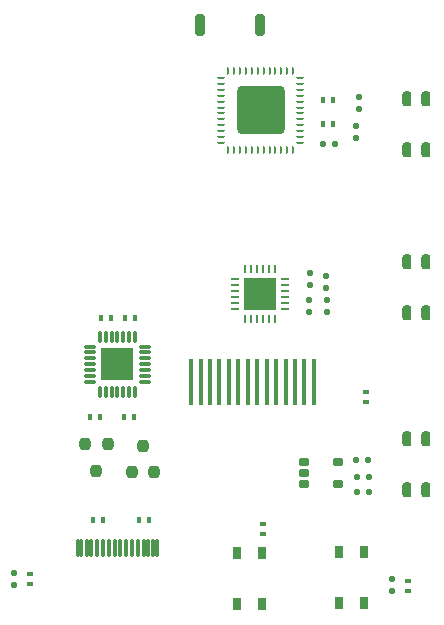
<source format=gtp>
G04*
G04 #@! TF.GenerationSoftware,Altium Limited,Altium Designer,20.0.13 (296)*
G04*
G04 Layer_Color=8421504*
%FSLAX24Y24*%
%MOIN*%
G70*
G01*
G75*
%ADD18R,0.0276X0.0394*%
G04:AMPARAMS|DCode=19|XSize=20mil|YSize=20mil|CornerRadius=5mil|HoleSize=0mil|Usage=FLASHONLY|Rotation=180.000|XOffset=0mil|YOffset=0mil|HoleType=Round|Shape=RoundedRectangle|*
%AMROUNDEDRECTD19*
21,1,0.0200,0.0100,0,0,180.0*
21,1,0.0100,0.0200,0,0,180.0*
1,1,0.0100,-0.0050,0.0050*
1,1,0.0100,0.0050,0.0050*
1,1,0.0100,0.0050,-0.0050*
1,1,0.0100,-0.0050,-0.0050*
%
%ADD19ROUNDEDRECTD19*%
%ADD20R,0.0197X0.0157*%
%ADD21R,0.0157X0.1575*%
G04:AMPARAMS|DCode=22|XSize=23.6mil|YSize=35mil|CornerRadius=5.9mil|HoleSize=0mil|Usage=FLASHONLY|Rotation=90.000|XOffset=0mil|YOffset=0mil|HoleType=Round|Shape=RoundedRectangle|*
%AMROUNDEDRECTD22*
21,1,0.0236,0.0232,0,0,90.0*
21,1,0.0118,0.0350,0,0,90.0*
1,1,0.0118,0.0116,0.0059*
1,1,0.0118,0.0116,-0.0059*
1,1,0.0118,-0.0116,-0.0059*
1,1,0.0118,-0.0116,0.0059*
%
%ADD22ROUNDEDRECTD22*%
%ADD23R,0.1063X0.1102*%
G04:AMPARAMS|DCode=24|XSize=12mil|YSize=38mil|CornerRadius=3mil|HoleSize=0mil|Usage=FLASHONLY|Rotation=180.000|XOffset=0mil|YOffset=0mil|HoleType=Round|Shape=RoundedRectangle|*
%AMROUNDEDRECTD24*
21,1,0.0120,0.0320,0,0,180.0*
21,1,0.0060,0.0380,0,0,180.0*
1,1,0.0060,-0.0030,0.0160*
1,1,0.0060,0.0030,0.0160*
1,1,0.0060,0.0030,-0.0160*
1,1,0.0060,-0.0030,-0.0160*
%
%ADD24ROUNDEDRECTD24*%
G04:AMPARAMS|DCode=25|XSize=12mil|YSize=38mil|CornerRadius=3mil|HoleSize=0mil|Usage=FLASHONLY|Rotation=270.000|XOffset=0mil|YOffset=0mil|HoleType=Round|Shape=RoundedRectangle|*
%AMROUNDEDRECTD25*
21,1,0.0120,0.0320,0,0,270.0*
21,1,0.0060,0.0380,0,0,270.0*
1,1,0.0060,-0.0160,-0.0030*
1,1,0.0060,-0.0160,0.0030*
1,1,0.0060,0.0160,0.0030*
1,1,0.0060,0.0160,-0.0030*
%
%ADD25ROUNDEDRECTD25*%
%ADD26R,0.0157X0.0197*%
G04:AMPARAMS|DCode=27|XSize=37.4mil|YSize=39.4mil|CornerRadius=9.4mil|HoleSize=0mil|Usage=FLASHONLY|Rotation=180.000|XOffset=0mil|YOffset=0mil|HoleType=Round|Shape=RoundedRectangle|*
%AMROUNDEDRECTD27*
21,1,0.0374,0.0207,0,0,180.0*
21,1,0.0187,0.0394,0,0,180.0*
1,1,0.0187,-0.0094,0.0103*
1,1,0.0187,0.0094,0.0103*
1,1,0.0187,0.0094,-0.0103*
1,1,0.0187,-0.0094,-0.0103*
%
%ADD27ROUNDEDRECTD27*%
G04:AMPARAMS|DCode=28|XSize=20mil|YSize=20mil|CornerRadius=5mil|HoleSize=0mil|Usage=FLASHONLY|Rotation=270.000|XOffset=0mil|YOffset=0mil|HoleType=Round|Shape=RoundedRectangle|*
%AMROUNDEDRECTD28*
21,1,0.0200,0.0100,0,0,270.0*
21,1,0.0100,0.0200,0,0,270.0*
1,1,0.0100,-0.0050,-0.0050*
1,1,0.0100,-0.0050,0.0050*
1,1,0.0100,0.0050,0.0050*
1,1,0.0100,0.0050,-0.0050*
%
%ADD28ROUNDEDRECTD28*%
G04:AMPARAMS|DCode=29|XSize=31.5mil|YSize=70.9mil|CornerRadius=7.9mil|HoleSize=0mil|Usage=FLASHONLY|Rotation=180.000|XOffset=0mil|YOffset=0mil|HoleType=Round|Shape=RoundedRectangle|*
%AMROUNDEDRECTD29*
21,1,0.0315,0.0551,0,0,180.0*
21,1,0.0157,0.0709,0,0,180.0*
1,1,0.0157,-0.0079,0.0276*
1,1,0.0157,0.0079,0.0276*
1,1,0.0157,0.0079,-0.0276*
1,1,0.0157,-0.0079,-0.0276*
%
%ADD29ROUNDEDRECTD29*%
G04:AMPARAMS|DCode=30|XSize=59.1mil|YSize=11.8mil|CornerRadius=3mil|HoleSize=0mil|Usage=FLASHONLY|Rotation=90.000|XOffset=0mil|YOffset=0mil|HoleType=Round|Shape=RoundedRectangle|*
%AMROUNDEDRECTD30*
21,1,0.0591,0.0059,0,0,90.0*
21,1,0.0531,0.0118,0,0,90.0*
1,1,0.0059,0.0030,0.0266*
1,1,0.0059,0.0030,-0.0266*
1,1,0.0059,-0.0030,-0.0266*
1,1,0.0059,-0.0030,0.0266*
%
%ADD30ROUNDEDRECTD30*%
G04:AMPARAMS|DCode=31|XSize=160mil|YSize=160mil|CornerRadius=16mil|HoleSize=0mil|Usage=FLASHONLY|Rotation=180.000|XOffset=0mil|YOffset=0mil|HoleType=Round|Shape=RoundedRectangle|*
%AMROUNDEDRECTD31*
21,1,0.1600,0.1280,0,0,180.0*
21,1,0.1280,0.1600,0,0,180.0*
1,1,0.0320,-0.0640,0.0640*
1,1,0.0320,0.0640,0.0640*
1,1,0.0320,0.0640,-0.0640*
1,1,0.0320,-0.0640,-0.0640*
%
%ADD31ROUNDEDRECTD31*%
G04:AMPARAMS|DCode=32|XSize=26.6mil|YSize=9.8mil|CornerRadius=2.5mil|HoleSize=0mil|Usage=FLASHONLY|Rotation=180.000|XOffset=0mil|YOffset=0mil|HoleType=Round|Shape=RoundedRectangle|*
%AMROUNDEDRECTD32*
21,1,0.0266,0.0049,0,0,180.0*
21,1,0.0217,0.0098,0,0,180.0*
1,1,0.0049,-0.0108,0.0025*
1,1,0.0049,0.0108,0.0025*
1,1,0.0049,0.0108,-0.0025*
1,1,0.0049,-0.0108,-0.0025*
%
%ADD32ROUNDEDRECTD32*%
G04:AMPARAMS|DCode=33|XSize=26.6mil|YSize=9.8mil|CornerRadius=2.5mil|HoleSize=0mil|Usage=FLASHONLY|Rotation=270.000|XOffset=0mil|YOffset=0mil|HoleType=Round|Shape=RoundedRectangle|*
%AMROUNDEDRECTD33*
21,1,0.0266,0.0049,0,0,270.0*
21,1,0.0217,0.0098,0,0,270.0*
1,1,0.0049,-0.0025,-0.0108*
1,1,0.0049,-0.0025,0.0108*
1,1,0.0049,0.0025,0.0108*
1,1,0.0049,0.0025,-0.0108*
%
%ADD33ROUNDEDRECTD33*%
%ADD34R,0.1102X0.1063*%
%ADD35O,0.0098X0.0276*%
%ADD36O,0.0276X0.0098*%
G04:AMPARAMS|DCode=37|XSize=50mil|YSize=30mil|CornerRadius=7.5mil|HoleSize=0mil|Usage=FLASHONLY|Rotation=90.000|XOffset=0mil|YOffset=0mil|HoleType=Round|Shape=RoundedRectangle|*
%AMROUNDEDRECTD37*
21,1,0.0500,0.0150,0,0,90.0*
21,1,0.0350,0.0300,0,0,90.0*
1,1,0.0150,0.0075,0.0175*
1,1,0.0150,0.0075,-0.0175*
1,1,0.0150,-0.0075,-0.0175*
1,1,0.0150,-0.0075,0.0175*
%
%ADD37ROUNDEDRECTD37*%
D18*
X27923Y15446D02*
D03*
Y13754D02*
D03*
X27077Y15446D02*
D03*
Y13754D02*
D03*
X24523Y15396D02*
D03*
Y13704D02*
D03*
X23677Y15396D02*
D03*
Y13704D02*
D03*
D19*
X16250Y14350D02*
D03*
Y14750D02*
D03*
X27750Y30200D02*
D03*
Y30600D02*
D03*
X27650Y29250D02*
D03*
Y29650D02*
D03*
X26677Y23452D02*
D03*
Y23852D02*
D03*
X26077Y23452D02*
D03*
Y23852D02*
D03*
X26127Y24352D02*
D03*
Y24752D02*
D03*
X28850Y14150D02*
D03*
Y14550D02*
D03*
X26650Y24650D02*
D03*
Y24250D02*
D03*
D20*
X28000Y20433D02*
D03*
Y20767D02*
D03*
X29400Y14485D02*
D03*
Y14150D02*
D03*
X16800Y14717D02*
D03*
Y14383D02*
D03*
X24550Y16050D02*
D03*
Y16385D02*
D03*
D21*
X22155Y21100D02*
D03*
X22470D02*
D03*
X22785D02*
D03*
X23100D02*
D03*
X23415D02*
D03*
X23730D02*
D03*
X24045D02*
D03*
X24360D02*
D03*
X24675D02*
D03*
X24990D02*
D03*
X25305D02*
D03*
X25620D02*
D03*
X25935D02*
D03*
X26250D02*
D03*
D22*
X25915Y17698D02*
D03*
Y18072D02*
D03*
Y18446D02*
D03*
X27055D02*
D03*
Y17698D02*
D03*
D23*
X19700Y21700D02*
D03*
D24*
X19109Y22615D02*
D03*
X19306D02*
D03*
X19503D02*
D03*
X19700D02*
D03*
X19897D02*
D03*
X20094D02*
D03*
X20291D02*
D03*
Y20785D02*
D03*
X20094D02*
D03*
X19897D02*
D03*
X19700D02*
D03*
X19503D02*
D03*
X19306D02*
D03*
X19109D02*
D03*
D25*
X20615Y22291D02*
D03*
Y22094D02*
D03*
Y21897D02*
D03*
Y21700D02*
D03*
Y21503D02*
D03*
Y21306D02*
D03*
Y21109D02*
D03*
X18785D02*
D03*
Y21306D02*
D03*
Y21503D02*
D03*
Y21700D02*
D03*
Y21897D02*
D03*
Y22094D02*
D03*
Y22291D02*
D03*
D26*
X19117Y19950D02*
D03*
X18783D02*
D03*
X20250Y19950D02*
D03*
X19915D02*
D03*
X26550Y29700D02*
D03*
X26885D02*
D03*
X19150Y23250D02*
D03*
X19485D02*
D03*
X20300D02*
D03*
X19965D02*
D03*
X26550Y30500D02*
D03*
X26885D02*
D03*
X19235Y16500D02*
D03*
X18900D02*
D03*
X20415D02*
D03*
X20750D02*
D03*
D27*
X19000Y18157D02*
D03*
X18626Y19043D02*
D03*
X19374D02*
D03*
X20550Y18993D02*
D03*
X20924Y18107D02*
D03*
X20176D02*
D03*
D28*
X28100Y17950D02*
D03*
X27700D02*
D03*
X28050Y18500D02*
D03*
X27650D02*
D03*
X28100Y17450D02*
D03*
X27700D02*
D03*
X26950Y29050D02*
D03*
X26550D02*
D03*
D29*
X22441Y33000D02*
D03*
X24450D02*
D03*
D30*
X21019Y15592D02*
D03*
X20901D02*
D03*
X20704D02*
D03*
X20586D02*
D03*
X20389D02*
D03*
X20192D02*
D03*
X19995D02*
D03*
X19798D02*
D03*
X19602D02*
D03*
X19405D02*
D03*
X19208D02*
D03*
X19011D02*
D03*
X18814D02*
D03*
X18696D02*
D03*
X18499D02*
D03*
X18381D02*
D03*
D31*
X24474Y30161D02*
D03*
D32*
X25798Y29078D02*
D03*
Y29275D02*
D03*
Y29472D02*
D03*
Y29669D02*
D03*
Y29866D02*
D03*
Y30063D02*
D03*
Y30259D02*
D03*
Y30456D02*
D03*
Y30653D02*
D03*
Y30850D02*
D03*
Y31047D02*
D03*
Y31244D02*
D03*
X23150D02*
D03*
Y31047D02*
D03*
Y30850D02*
D03*
Y30653D02*
D03*
Y30456D02*
D03*
Y30259D02*
D03*
Y30063D02*
D03*
Y29866D02*
D03*
Y29669D02*
D03*
Y29472D02*
D03*
Y29275D02*
D03*
Y29078D02*
D03*
D33*
X25556Y31485D02*
D03*
X25360D02*
D03*
X25163D02*
D03*
X24966D02*
D03*
X24769D02*
D03*
X24572D02*
D03*
X24375D02*
D03*
X24179D02*
D03*
X23982D02*
D03*
X23785D02*
D03*
X23588D02*
D03*
X23391D02*
D03*
Y28837D02*
D03*
X23588D02*
D03*
X23785D02*
D03*
X23982D02*
D03*
X24179D02*
D03*
X24375D02*
D03*
X24572D02*
D03*
X24769D02*
D03*
X24966D02*
D03*
X25163D02*
D03*
X25360D02*
D03*
X25556D02*
D03*
D34*
X24450Y24050D02*
D03*
D35*
X23958Y24877D02*
D03*
X24155D02*
D03*
X24352D02*
D03*
X24548D02*
D03*
X24745D02*
D03*
X24942D02*
D03*
Y23223D02*
D03*
X24745D02*
D03*
X24548D02*
D03*
X24352D02*
D03*
X24155D02*
D03*
X23958D02*
D03*
D36*
X25277Y24542D02*
D03*
Y24345D02*
D03*
Y24148D02*
D03*
Y23952D02*
D03*
Y23755D02*
D03*
Y23558D02*
D03*
X23623D02*
D03*
Y23755D02*
D03*
Y23952D02*
D03*
Y24148D02*
D03*
Y24345D02*
D03*
Y24542D02*
D03*
D37*
X29350Y19200D02*
D03*
Y17500D02*
D03*
X29990Y19200D02*
D03*
Y17500D02*
D03*
X29350Y25100D02*
D03*
Y23400D02*
D03*
X29990Y25100D02*
D03*
Y23400D02*
D03*
X29350Y30550D02*
D03*
Y28850D02*
D03*
X29990Y30550D02*
D03*
Y28850D02*
D03*
M02*

</source>
